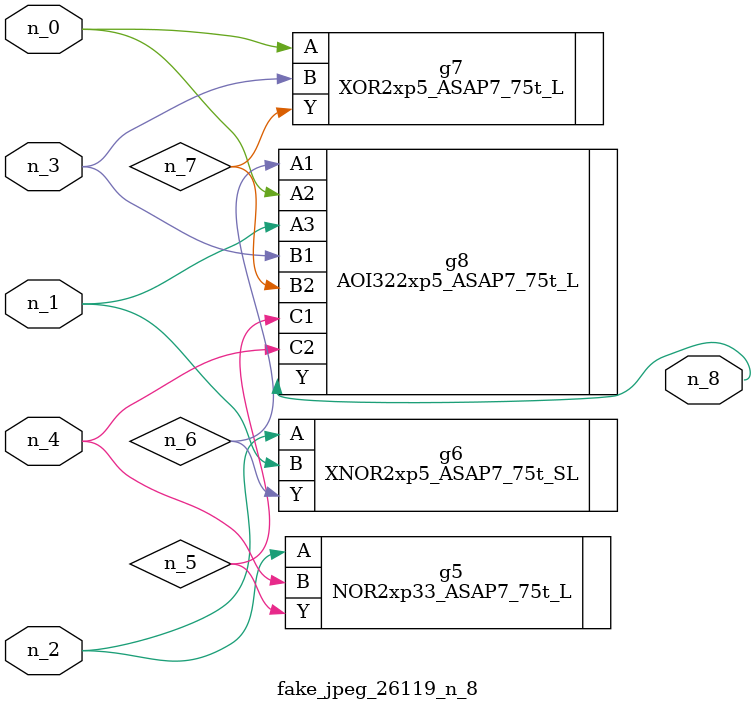
<source format=v>
module fake_jpeg_26119_n_8 (n_3, n_2, n_1, n_0, n_4, n_8);

input n_3;
input n_2;
input n_1;
input n_0;
input n_4;

output n_8;

wire n_6;
wire n_5;
wire n_7;

NOR2xp33_ASAP7_75t_L g5 ( 
.A(n_2),
.B(n_4),
.Y(n_5)
);

XNOR2xp5_ASAP7_75t_SL g6 ( 
.A(n_2),
.B(n_1),
.Y(n_6)
);

XOR2xp5_ASAP7_75t_L g7 ( 
.A(n_0),
.B(n_3),
.Y(n_7)
);

AOI322xp5_ASAP7_75t_L g8 ( 
.A1(n_6),
.A2(n_0),
.A3(n_1),
.B1(n_3),
.B2(n_7),
.C1(n_5),
.C2(n_4),
.Y(n_8)
);


endmodule
</source>
